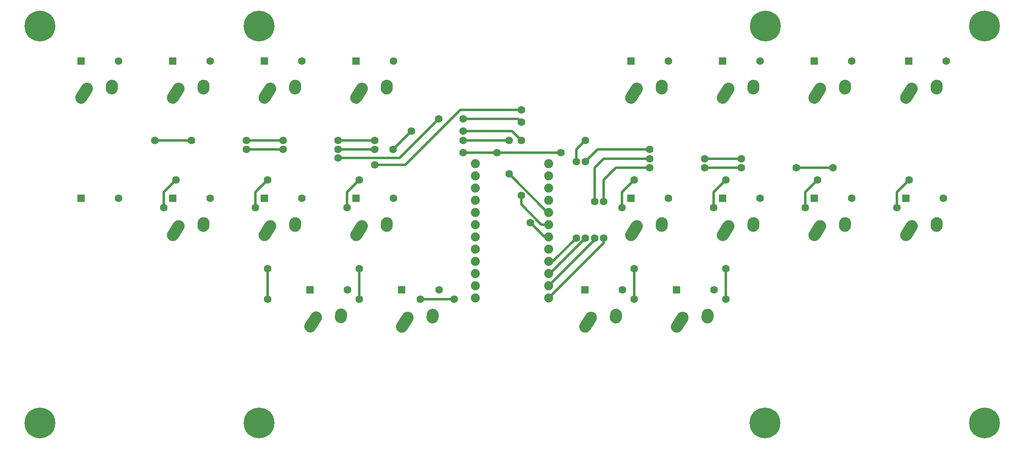
<source format=gbr>
%TF.GenerationSoftware,KiCad,Pcbnew,(5.1.10)-1*%
%TF.CreationDate,2021-10-15T02:03:14+09:00*%
%TF.ProjectId,orca_keyboard,6f726361-5f6b-4657-9962-6f6172642e6b,rev?*%
%TF.SameCoordinates,Original*%
%TF.FileFunction,Copper,L2,Bot*%
%TF.FilePolarity,Positive*%
%FSLAX46Y46*%
G04 Gerber Fmt 4.6, Leading zero omitted, Abs format (unit mm)*
G04 Created by KiCad (PCBNEW (5.1.10)-1) date 2021-10-15 02:03:14*
%MOMM*%
%LPD*%
G01*
G04 APERTURE LIST*
%TA.AperFunction,ComponentPad*%
%ADD10C,6.400000*%
%TD*%
%TA.AperFunction,ComponentPad*%
%ADD11C,1.879600*%
%TD*%
%TA.AperFunction,ComponentPad*%
%ADD12R,1.600000X1.600000*%
%TD*%
%TA.AperFunction,ComponentPad*%
%ADD13C,1.600000*%
%TD*%
%TA.AperFunction,ViaPad*%
%ADD14C,1.600000*%
%TD*%
%TA.AperFunction,Conductor*%
%ADD15C,0.500000*%
%TD*%
G04 APERTURE END LIST*
D10*
%TO.P,REF\u002A\u002A,1*%
%TO.N,N/C*%
X200400000Y86580000D03*
%TD*%
%TO.P,REF\u002A\u002A,1*%
%TO.N,N/C*%
X154860000Y86580000D03*
%TD*%
%TO.P,REF\u002A\u002A,1*%
%TO.N,N/C*%
X49620000Y86590000D03*
%TD*%
%TO.P,REF\u002A\u002A,1*%
%TO.N,N/C*%
X4070000Y86580000D03*
%TD*%
%TO.P,REF\u002A\u002A,1*%
%TO.N,N/C*%
X200410000Y4070000D03*
%TD*%
%TO.P,REF\u002A\u002A,1*%
%TO.N,N/C*%
X154840000Y4070000D03*
%TD*%
%TO.P,REF\u002A\u002A,1*%
%TO.N,N/C*%
X49620000Y4070000D03*
%TD*%
%TO.P,REF\u002A\u002A,1*%
%TO.N,N/C*%
X4070000Y4070000D03*
%TD*%
D11*
%TO.P,B1,1*%
%TO.N,Net-(B1-Pad1)*%
X94620000Y58030000D03*
%TO.P,B1,2*%
%TO.N,Net-(B1-Pad2)*%
X94620000Y55490000D03*
%TO.P,B1,3*%
%TO.N,Net-(B1-Pad3)*%
X94620000Y52950000D03*
%TO.P,B1,4*%
%TO.N,Net-(B1-Pad4)*%
X94620000Y50410000D03*
%TO.P,B1,5*%
%TO.N,Net-(B1-Pad5)*%
X94620000Y47870000D03*
%TO.P,B1,6*%
%TO.N,Net-(B1-Pad6)*%
X94620000Y45330000D03*
%TO.P,B1,7*%
%TO.N,Net-(B1-Pad7)*%
X94620000Y42790000D03*
%TO.P,B1,8*%
%TO.N,Net-(B1-Pad8)*%
X94620000Y40250000D03*
%TO.P,B1,9*%
%TO.N,Net-(B1-Pad9)*%
X94620000Y37710000D03*
%TO.P,B1,10*%
%TO.N,/row0*%
X94620000Y35170000D03*
%TO.P,B1,11*%
%TO.N,/row1*%
X94620000Y32630000D03*
%TO.P,B1,12*%
%TO.N,/row2*%
X94620000Y30090000D03*
%TO.P,B1,13*%
%TO.N,/col7*%
X109860000Y30090000D03*
%TO.P,B1,14*%
%TO.N,/col6*%
X109860000Y32630000D03*
%TO.P,B1,15*%
%TO.N,/col5*%
X109860000Y35170000D03*
%TO.P,B1,16*%
%TO.N,/col4*%
X109860000Y37710000D03*
%TO.P,B1,17*%
%TO.N,/col3*%
X109860000Y40250000D03*
%TO.P,B1,18*%
%TO.N,/col2*%
X109860000Y42790000D03*
%TO.P,B1,19*%
%TO.N,/col1*%
X109860000Y45330000D03*
%TO.P,B1,20*%
%TO.N,/col0*%
X109860000Y47870000D03*
%TO.P,B1,21*%
%TO.N,Net-(B1-Pad21)*%
X109860000Y50410000D03*
%TO.P,B1,22*%
%TO.N,Net-(B1-Pad22)*%
X109860000Y52950000D03*
%TO.P,B1,23*%
%TO.N,Net-(B1-Pad23)*%
X109860000Y55490000D03*
%TO.P,B1,24*%
%TO.N,Net-(B1-Pad24)*%
X109860000Y58030000D03*
%TD*%
D12*
%TO.P,D00,1*%
%TO.N,/row0*%
X12610000Y79375000D03*
D13*
%TO.P,D00,2*%
%TO.N,Net-(D00-Pad2)*%
X20410000Y79375000D03*
%TD*%
%TO.P,D01,2*%
%TO.N,Net-(D01-Pad2)*%
X39460000Y79375000D03*
D12*
%TO.P,D01,1*%
%TO.N,/row0*%
X31660000Y79375000D03*
%TD*%
%TO.P,D02,1*%
%TO.N,/row0*%
X50710000Y79375000D03*
D13*
%TO.P,D02,2*%
%TO.N,Net-(D02-Pad2)*%
X58510000Y79375000D03*
%TD*%
%TO.P,D03,2*%
%TO.N,Net-(D03-Pad2)*%
X77560000Y79375000D03*
D12*
%TO.P,D03,1*%
%TO.N,/row0*%
X69760000Y79375000D03*
%TD*%
D13*
%TO.P,D04,2*%
%TO.N,Net-(D04-Pad2)*%
X134710000Y79375000D03*
D12*
%TO.P,D04,1*%
%TO.N,/row0*%
X126910000Y79375000D03*
%TD*%
D13*
%TO.P,D05,2*%
%TO.N,Net-(D05-Pad2)*%
X153760000Y79375000D03*
D12*
%TO.P,D05,1*%
%TO.N,/row0*%
X145960000Y79375000D03*
%TD*%
%TO.P,D06,1*%
%TO.N,/row0*%
X165010000Y79375000D03*
D13*
%TO.P,D06,2*%
%TO.N,Net-(D06-Pad2)*%
X172810000Y79375000D03*
%TD*%
%TO.P,D07,2*%
%TO.N,Net-(D07-Pad2)*%
X192495000Y79375000D03*
D12*
%TO.P,D07,1*%
%TO.N,/row0*%
X184695000Y79375000D03*
%TD*%
%TO.P,D10,1*%
%TO.N,/row1*%
X12610000Y50800000D03*
D13*
%TO.P,D10,2*%
%TO.N,Net-(D10-Pad2)*%
X20410000Y50800000D03*
%TD*%
%TO.P,D11,2*%
%TO.N,Net-(D11-Pad2)*%
X39460000Y50800000D03*
D12*
%TO.P,D11,1*%
%TO.N,/row1*%
X31660000Y50800000D03*
%TD*%
D13*
%TO.P,D12,2*%
%TO.N,Net-(D12-Pad2)*%
X58510000Y50800000D03*
D12*
%TO.P,D12,1*%
%TO.N,/row1*%
X50710000Y50800000D03*
%TD*%
%TO.P,D13,1*%
%TO.N,/row1*%
X69760000Y50800000D03*
D13*
%TO.P,D13,2*%
%TO.N,Net-(D13-Pad2)*%
X77560000Y50800000D03*
%TD*%
D12*
%TO.P,D14,1*%
%TO.N,/row1*%
X126910000Y50800000D03*
D13*
%TO.P,D14,2*%
%TO.N,Net-(D14-Pad2)*%
X134710000Y50800000D03*
%TD*%
%TO.P,D15,2*%
%TO.N,Net-(D15-Pad2)*%
X153760000Y50800000D03*
D12*
%TO.P,D15,1*%
%TO.N,/row1*%
X145960000Y50800000D03*
%TD*%
D13*
%TO.P,D16,2*%
%TO.N,Net-(D16-Pad2)*%
X172810000Y50800000D03*
D12*
%TO.P,D16,1*%
%TO.N,/row1*%
X165010000Y50800000D03*
%TD*%
%TO.P,D17,1*%
%TO.N,/row1*%
X184060000Y50800000D03*
D13*
%TO.P,D17,2*%
%TO.N,Net-(D17-Pad2)*%
X191860000Y50800000D03*
%TD*%
%TO.P,D22,2*%
%TO.N,Net-(D22-Pad2)*%
X68035000Y31750000D03*
D12*
%TO.P,D22,1*%
%TO.N,/row2*%
X60235000Y31750000D03*
%TD*%
%TO.P,D23,1*%
%TO.N,/row2*%
X79285000Y31750000D03*
D13*
%TO.P,D23,2*%
%TO.N,Net-(D23-Pad2)*%
X87085000Y31750000D03*
%TD*%
D12*
%TO.P,D24,1*%
%TO.N,/row2*%
X117385000Y31750000D03*
D13*
%TO.P,D24,2*%
%TO.N,Net-(D24-Pad2)*%
X125185000Y31750000D03*
%TD*%
D12*
%TO.P,D25,1*%
%TO.N,/row2*%
X136435000Y31750000D03*
D13*
%TO.P,D25,2*%
%TO.N,Net-(D25-Pad2)*%
X144235000Y31750000D03*
%TD*%
%TO.P,K00,2*%
%TO.N,Net-(D00-Pad2)*%
%TA.AperFunction,ComponentPad*%
G36*
G01*
X17783171Y73715691D02*
X17822619Y74294347D01*
G75*
G02*
X19154743Y75456433I1247105J-85019D01*
G01*
X19154743Y75456433D01*
G75*
G02*
X20316829Y74124309I-85019J-1247105D01*
G01*
X20277381Y73545653D01*
G75*
G02*
X18945257Y72383567I-1247105J85019D01*
G01*
X18945257Y72383567D01*
G75*
G02*
X17783171Y73715691I85019J1247105D01*
G01*
G37*
%TD.AperFunction*%
%TO.P,K00,1*%
%TO.N,/col0*%
%TA.AperFunction,ComponentPad*%
G36*
G01*
X11616299Y72372810D02*
X12825223Y74270440D01*
G75*
G02*
X14551087Y74653054I1054239J-671625D01*
G01*
X14551087Y74653054D01*
G75*
G02*
X14933701Y72927190I-671625J-1054239D01*
G01*
X13724777Y71029560D01*
G75*
G02*
X11998913Y70646946I-1054239J671625D01*
G01*
X11998913Y70646946D01*
G75*
G02*
X11616299Y72372810I671625J1054239D01*
G01*
G37*
%TD.AperFunction*%
%TD*%
%TO.P,K01,1*%
%TO.N,/col1*%
%TA.AperFunction,ComponentPad*%
G36*
G01*
X30666299Y72372810D02*
X31875223Y74270440D01*
G75*
G02*
X33601087Y74653054I1054239J-671625D01*
G01*
X33601087Y74653054D01*
G75*
G02*
X33983701Y72927190I-671625J-1054239D01*
G01*
X32774777Y71029560D01*
G75*
G02*
X31048913Y70646946I-1054239J671625D01*
G01*
X31048913Y70646946D01*
G75*
G02*
X30666299Y72372810I671625J1054239D01*
G01*
G37*
%TD.AperFunction*%
%TO.P,K01,2*%
%TO.N,Net-(D01-Pad2)*%
%TA.AperFunction,ComponentPad*%
G36*
G01*
X36833171Y73715691D02*
X36872619Y74294347D01*
G75*
G02*
X38204743Y75456433I1247105J-85019D01*
G01*
X38204743Y75456433D01*
G75*
G02*
X39366829Y74124309I-85019J-1247105D01*
G01*
X39327381Y73545653D01*
G75*
G02*
X37995257Y72383567I-1247105J85019D01*
G01*
X37995257Y72383567D01*
G75*
G02*
X36833171Y73715691I85019J1247105D01*
G01*
G37*
%TD.AperFunction*%
%TD*%
%TO.P,K02,2*%
%TO.N,Net-(D02-Pad2)*%
%TA.AperFunction,ComponentPad*%
G36*
G01*
X55883171Y73715691D02*
X55922619Y74294347D01*
G75*
G02*
X57254743Y75456433I1247105J-85019D01*
G01*
X57254743Y75456433D01*
G75*
G02*
X58416829Y74124309I-85019J-1247105D01*
G01*
X58377381Y73545653D01*
G75*
G02*
X57045257Y72383567I-1247105J85019D01*
G01*
X57045257Y72383567D01*
G75*
G02*
X55883171Y73715691I85019J1247105D01*
G01*
G37*
%TD.AperFunction*%
%TO.P,K02,1*%
%TO.N,/col2*%
%TA.AperFunction,ComponentPad*%
G36*
G01*
X49716299Y72372810D02*
X50925223Y74270440D01*
G75*
G02*
X52651087Y74653054I1054239J-671625D01*
G01*
X52651087Y74653054D01*
G75*
G02*
X53033701Y72927190I-671625J-1054239D01*
G01*
X51824777Y71029560D01*
G75*
G02*
X50098913Y70646946I-1054239J671625D01*
G01*
X50098913Y70646946D01*
G75*
G02*
X49716299Y72372810I671625J1054239D01*
G01*
G37*
%TD.AperFunction*%
%TD*%
%TO.P,K03,1*%
%TO.N,/col3*%
%TA.AperFunction,ComponentPad*%
G36*
G01*
X68766299Y72372810D02*
X69975223Y74270440D01*
G75*
G02*
X71701087Y74653054I1054239J-671625D01*
G01*
X71701087Y74653054D01*
G75*
G02*
X72083701Y72927190I-671625J-1054239D01*
G01*
X70874777Y71029560D01*
G75*
G02*
X69148913Y70646946I-1054239J671625D01*
G01*
X69148913Y70646946D01*
G75*
G02*
X68766299Y72372810I671625J1054239D01*
G01*
G37*
%TD.AperFunction*%
%TO.P,K03,2*%
%TO.N,Net-(D03-Pad2)*%
%TA.AperFunction,ComponentPad*%
G36*
G01*
X74933171Y73715691D02*
X74972619Y74294347D01*
G75*
G02*
X76304743Y75456433I1247105J-85019D01*
G01*
X76304743Y75456433D01*
G75*
G02*
X77466829Y74124309I-85019J-1247105D01*
G01*
X77427381Y73545653D01*
G75*
G02*
X76095257Y72383567I-1247105J85019D01*
G01*
X76095257Y72383567D01*
G75*
G02*
X74933171Y73715691I85019J1247105D01*
G01*
G37*
%TD.AperFunction*%
%TD*%
%TO.P,K04,2*%
%TO.N,Net-(D04-Pad2)*%
%TA.AperFunction,ComponentPad*%
G36*
G01*
X132083171Y73715691D02*
X132122619Y74294347D01*
G75*
G02*
X133454743Y75456433I1247105J-85019D01*
G01*
X133454743Y75456433D01*
G75*
G02*
X134616829Y74124309I-85019J-1247105D01*
G01*
X134577381Y73545653D01*
G75*
G02*
X133245257Y72383567I-1247105J85019D01*
G01*
X133245257Y72383567D01*
G75*
G02*
X132083171Y73715691I85019J1247105D01*
G01*
G37*
%TD.AperFunction*%
%TO.P,K04,1*%
%TO.N,/col4*%
%TA.AperFunction,ComponentPad*%
G36*
G01*
X125916299Y72372810D02*
X127125223Y74270440D01*
G75*
G02*
X128851087Y74653054I1054239J-671625D01*
G01*
X128851087Y74653054D01*
G75*
G02*
X129233701Y72927190I-671625J-1054239D01*
G01*
X128024777Y71029560D01*
G75*
G02*
X126298913Y70646946I-1054239J671625D01*
G01*
X126298913Y70646946D01*
G75*
G02*
X125916299Y72372810I671625J1054239D01*
G01*
G37*
%TD.AperFunction*%
%TD*%
%TO.P,K05,1*%
%TO.N,/col5*%
%TA.AperFunction,ComponentPad*%
G36*
G01*
X144966299Y72372810D02*
X146175223Y74270440D01*
G75*
G02*
X147901087Y74653054I1054239J-671625D01*
G01*
X147901087Y74653054D01*
G75*
G02*
X148283701Y72927190I-671625J-1054239D01*
G01*
X147074777Y71029560D01*
G75*
G02*
X145348913Y70646946I-1054239J671625D01*
G01*
X145348913Y70646946D01*
G75*
G02*
X144966299Y72372810I671625J1054239D01*
G01*
G37*
%TD.AperFunction*%
%TO.P,K05,2*%
%TO.N,Net-(D05-Pad2)*%
%TA.AperFunction,ComponentPad*%
G36*
G01*
X151133171Y73715691D02*
X151172619Y74294347D01*
G75*
G02*
X152504743Y75456433I1247105J-85019D01*
G01*
X152504743Y75456433D01*
G75*
G02*
X153666829Y74124309I-85019J-1247105D01*
G01*
X153627381Y73545653D01*
G75*
G02*
X152295257Y72383567I-1247105J85019D01*
G01*
X152295257Y72383567D01*
G75*
G02*
X151133171Y73715691I85019J1247105D01*
G01*
G37*
%TD.AperFunction*%
%TD*%
%TO.P,K06,2*%
%TO.N,Net-(D06-Pad2)*%
%TA.AperFunction,ComponentPad*%
G36*
G01*
X170183171Y73715691D02*
X170222619Y74294347D01*
G75*
G02*
X171554743Y75456433I1247105J-85019D01*
G01*
X171554743Y75456433D01*
G75*
G02*
X172716829Y74124309I-85019J-1247105D01*
G01*
X172677381Y73545653D01*
G75*
G02*
X171345257Y72383567I-1247105J85019D01*
G01*
X171345257Y72383567D01*
G75*
G02*
X170183171Y73715691I85019J1247105D01*
G01*
G37*
%TD.AperFunction*%
%TO.P,K06,1*%
%TO.N,/col6*%
%TA.AperFunction,ComponentPad*%
G36*
G01*
X164016299Y72372810D02*
X165225223Y74270440D01*
G75*
G02*
X166951087Y74653054I1054239J-671625D01*
G01*
X166951087Y74653054D01*
G75*
G02*
X167333701Y72927190I-671625J-1054239D01*
G01*
X166124777Y71029560D01*
G75*
G02*
X164398913Y70646946I-1054239J671625D01*
G01*
X164398913Y70646946D01*
G75*
G02*
X164016299Y72372810I671625J1054239D01*
G01*
G37*
%TD.AperFunction*%
%TD*%
%TO.P,K07,1*%
%TO.N,/col7*%
%TA.AperFunction,ComponentPad*%
G36*
G01*
X183066299Y72372810D02*
X184275223Y74270440D01*
G75*
G02*
X186001087Y74653054I1054239J-671625D01*
G01*
X186001087Y74653054D01*
G75*
G02*
X186383701Y72927190I-671625J-1054239D01*
G01*
X185174777Y71029560D01*
G75*
G02*
X183448913Y70646946I-1054239J671625D01*
G01*
X183448913Y70646946D01*
G75*
G02*
X183066299Y72372810I671625J1054239D01*
G01*
G37*
%TD.AperFunction*%
%TO.P,K07,2*%
%TO.N,Net-(D07-Pad2)*%
%TA.AperFunction,ComponentPad*%
G36*
G01*
X189233171Y73715691D02*
X189272619Y74294347D01*
G75*
G02*
X190604743Y75456433I1247105J-85019D01*
G01*
X190604743Y75456433D01*
G75*
G02*
X191766829Y74124309I-85019J-1247105D01*
G01*
X191727381Y73545653D01*
G75*
G02*
X190395257Y72383567I-1247105J85019D01*
G01*
X190395257Y72383567D01*
G75*
G02*
X189233171Y73715691I85019J1247105D01*
G01*
G37*
%TD.AperFunction*%
%TD*%
%TO.P,K11,2*%
%TO.N,Net-(D11-Pad2)*%
%TA.AperFunction,ComponentPad*%
G36*
G01*
X36833171Y45135691D02*
X36872619Y45714347D01*
G75*
G02*
X38204743Y46876433I1247105J-85019D01*
G01*
X38204743Y46876433D01*
G75*
G02*
X39366829Y45544309I-85019J-1247105D01*
G01*
X39327381Y44965653D01*
G75*
G02*
X37995257Y43803567I-1247105J85019D01*
G01*
X37995257Y43803567D01*
G75*
G02*
X36833171Y45135691I85019J1247105D01*
G01*
G37*
%TD.AperFunction*%
%TO.P,K11,1*%
%TO.N,/col1*%
%TA.AperFunction,ComponentPad*%
G36*
G01*
X30666299Y43792810D02*
X31875223Y45690440D01*
G75*
G02*
X33601087Y46073054I1054239J-671625D01*
G01*
X33601087Y46073054D01*
G75*
G02*
X33983701Y44347190I-671625J-1054239D01*
G01*
X32774777Y42449560D01*
G75*
G02*
X31048913Y42066946I-1054239J671625D01*
G01*
X31048913Y42066946D01*
G75*
G02*
X30666299Y43792810I671625J1054239D01*
G01*
G37*
%TD.AperFunction*%
%TD*%
%TO.P,K12,1*%
%TO.N,/col2*%
%TA.AperFunction,ComponentPad*%
G36*
G01*
X49716299Y43792810D02*
X50925223Y45690440D01*
G75*
G02*
X52651087Y46073054I1054239J-671625D01*
G01*
X52651087Y46073054D01*
G75*
G02*
X53033701Y44347190I-671625J-1054239D01*
G01*
X51824777Y42449560D01*
G75*
G02*
X50098913Y42066946I-1054239J671625D01*
G01*
X50098913Y42066946D01*
G75*
G02*
X49716299Y43792810I671625J1054239D01*
G01*
G37*
%TD.AperFunction*%
%TO.P,K12,2*%
%TO.N,Net-(D12-Pad2)*%
%TA.AperFunction,ComponentPad*%
G36*
G01*
X55883171Y45135691D02*
X55922619Y45714347D01*
G75*
G02*
X57254743Y46876433I1247105J-85019D01*
G01*
X57254743Y46876433D01*
G75*
G02*
X58416829Y45544309I-85019J-1247105D01*
G01*
X58377381Y44965653D01*
G75*
G02*
X57045257Y43803567I-1247105J85019D01*
G01*
X57045257Y43803567D01*
G75*
G02*
X55883171Y45135691I85019J1247105D01*
G01*
G37*
%TD.AperFunction*%
%TD*%
%TO.P,K13,2*%
%TO.N,Net-(D13-Pad2)*%
%TA.AperFunction,ComponentPad*%
G36*
G01*
X74933171Y45135691D02*
X74972619Y45714347D01*
G75*
G02*
X76304743Y46876433I1247105J-85019D01*
G01*
X76304743Y46876433D01*
G75*
G02*
X77466829Y45544309I-85019J-1247105D01*
G01*
X77427381Y44965653D01*
G75*
G02*
X76095257Y43803567I-1247105J85019D01*
G01*
X76095257Y43803567D01*
G75*
G02*
X74933171Y45135691I85019J1247105D01*
G01*
G37*
%TD.AperFunction*%
%TO.P,K13,1*%
%TO.N,/col3*%
%TA.AperFunction,ComponentPad*%
G36*
G01*
X68766299Y43792810D02*
X69975223Y45690440D01*
G75*
G02*
X71701087Y46073054I1054239J-671625D01*
G01*
X71701087Y46073054D01*
G75*
G02*
X72083701Y44347190I-671625J-1054239D01*
G01*
X70874777Y42449560D01*
G75*
G02*
X69148913Y42066946I-1054239J671625D01*
G01*
X69148913Y42066946D01*
G75*
G02*
X68766299Y43792810I671625J1054239D01*
G01*
G37*
%TD.AperFunction*%
%TD*%
%TO.P,K14,1*%
%TO.N,/col4*%
%TA.AperFunction,ComponentPad*%
G36*
G01*
X125916299Y43792810D02*
X127125223Y45690440D01*
G75*
G02*
X128851087Y46073054I1054239J-671625D01*
G01*
X128851087Y46073054D01*
G75*
G02*
X129233701Y44347190I-671625J-1054239D01*
G01*
X128024777Y42449560D01*
G75*
G02*
X126298913Y42066946I-1054239J671625D01*
G01*
X126298913Y42066946D01*
G75*
G02*
X125916299Y43792810I671625J1054239D01*
G01*
G37*
%TD.AperFunction*%
%TO.P,K14,2*%
%TO.N,Net-(D14-Pad2)*%
%TA.AperFunction,ComponentPad*%
G36*
G01*
X132083171Y45135691D02*
X132122619Y45714347D01*
G75*
G02*
X133454743Y46876433I1247105J-85019D01*
G01*
X133454743Y46876433D01*
G75*
G02*
X134616829Y45544309I-85019J-1247105D01*
G01*
X134577381Y44965653D01*
G75*
G02*
X133245257Y43803567I-1247105J85019D01*
G01*
X133245257Y43803567D01*
G75*
G02*
X132083171Y45135691I85019J1247105D01*
G01*
G37*
%TD.AperFunction*%
%TD*%
%TO.P,K15,2*%
%TO.N,Net-(D15-Pad2)*%
%TA.AperFunction,ComponentPad*%
G36*
G01*
X151133171Y45135691D02*
X151172619Y45714347D01*
G75*
G02*
X152504743Y46876433I1247105J-85019D01*
G01*
X152504743Y46876433D01*
G75*
G02*
X153666829Y45544309I-85019J-1247105D01*
G01*
X153627381Y44965653D01*
G75*
G02*
X152295257Y43803567I-1247105J85019D01*
G01*
X152295257Y43803567D01*
G75*
G02*
X151133171Y45135691I85019J1247105D01*
G01*
G37*
%TD.AperFunction*%
%TO.P,K15,1*%
%TO.N,/col5*%
%TA.AperFunction,ComponentPad*%
G36*
G01*
X144966299Y43792810D02*
X146175223Y45690440D01*
G75*
G02*
X147901087Y46073054I1054239J-671625D01*
G01*
X147901087Y46073054D01*
G75*
G02*
X148283701Y44347190I-671625J-1054239D01*
G01*
X147074777Y42449560D01*
G75*
G02*
X145348913Y42066946I-1054239J671625D01*
G01*
X145348913Y42066946D01*
G75*
G02*
X144966299Y43792810I671625J1054239D01*
G01*
G37*
%TD.AperFunction*%
%TD*%
%TO.P,K16,1*%
%TO.N,/col6*%
%TA.AperFunction,ComponentPad*%
G36*
G01*
X164016299Y43792810D02*
X165225223Y45690440D01*
G75*
G02*
X166951087Y46073054I1054239J-671625D01*
G01*
X166951087Y46073054D01*
G75*
G02*
X167333701Y44347190I-671625J-1054239D01*
G01*
X166124777Y42449560D01*
G75*
G02*
X164398913Y42066946I-1054239J671625D01*
G01*
X164398913Y42066946D01*
G75*
G02*
X164016299Y43792810I671625J1054239D01*
G01*
G37*
%TD.AperFunction*%
%TO.P,K16,2*%
%TO.N,Net-(D16-Pad2)*%
%TA.AperFunction,ComponentPad*%
G36*
G01*
X170183171Y45135691D02*
X170222619Y45714347D01*
G75*
G02*
X171554743Y46876433I1247105J-85019D01*
G01*
X171554743Y46876433D01*
G75*
G02*
X172716829Y45544309I-85019J-1247105D01*
G01*
X172677381Y44965653D01*
G75*
G02*
X171345257Y43803567I-1247105J85019D01*
G01*
X171345257Y43803567D01*
G75*
G02*
X170183171Y45135691I85019J1247105D01*
G01*
G37*
%TD.AperFunction*%
%TD*%
%TO.P,K17,2*%
%TO.N,Net-(D17-Pad2)*%
%TA.AperFunction,ComponentPad*%
G36*
G01*
X189233171Y45135691D02*
X189272619Y45714347D01*
G75*
G02*
X190604743Y46876433I1247105J-85019D01*
G01*
X190604743Y46876433D01*
G75*
G02*
X191766829Y45544309I-85019J-1247105D01*
G01*
X191727381Y44965653D01*
G75*
G02*
X190395257Y43803567I-1247105J85019D01*
G01*
X190395257Y43803567D01*
G75*
G02*
X189233171Y45135691I85019J1247105D01*
G01*
G37*
%TD.AperFunction*%
%TO.P,K17,1*%
%TO.N,/col7*%
%TA.AperFunction,ComponentPad*%
G36*
G01*
X183066299Y43792810D02*
X184275223Y45690440D01*
G75*
G02*
X186001087Y46073054I1054239J-671625D01*
G01*
X186001087Y46073054D01*
G75*
G02*
X186383701Y44347190I-671625J-1054239D01*
G01*
X185174777Y42449560D01*
G75*
G02*
X183448913Y42066946I-1054239J671625D01*
G01*
X183448913Y42066946D01*
G75*
G02*
X183066299Y43792810I671625J1054239D01*
G01*
G37*
%TD.AperFunction*%
%TD*%
%TO.P,K22,1*%
%TO.N,/col2*%
%TA.AperFunction,ComponentPad*%
G36*
G01*
X59236299Y24792810D02*
X60445223Y26690440D01*
G75*
G02*
X62171087Y27073054I1054239J-671625D01*
G01*
X62171087Y27073054D01*
G75*
G02*
X62553701Y25347190I-671625J-1054239D01*
G01*
X61344777Y23449560D01*
G75*
G02*
X59618913Y23066946I-1054239J671625D01*
G01*
X59618913Y23066946D01*
G75*
G02*
X59236299Y24792810I671625J1054239D01*
G01*
G37*
%TD.AperFunction*%
%TO.P,K22,2*%
%TO.N,Net-(D22-Pad2)*%
%TA.AperFunction,ComponentPad*%
G36*
G01*
X65403171Y26135691D02*
X65442619Y26714347D01*
G75*
G02*
X66774743Y27876433I1247105J-85019D01*
G01*
X66774743Y27876433D01*
G75*
G02*
X67936829Y26544309I-85019J-1247105D01*
G01*
X67897381Y25965653D01*
G75*
G02*
X66565257Y24803567I-1247105J85019D01*
G01*
X66565257Y24803567D01*
G75*
G02*
X65403171Y26135691I85019J1247105D01*
G01*
G37*
%TD.AperFunction*%
%TD*%
%TO.P,K23,1*%
%TO.N,/col3*%
%TA.AperFunction,ComponentPad*%
G36*
G01*
X78286299Y24742810D02*
X79495223Y26640440D01*
G75*
G02*
X81221087Y27023054I1054239J-671625D01*
G01*
X81221087Y27023054D01*
G75*
G02*
X81603701Y25297190I-671625J-1054239D01*
G01*
X80394777Y23399560D01*
G75*
G02*
X78668913Y23016946I-1054239J671625D01*
G01*
X78668913Y23016946D01*
G75*
G02*
X78286299Y24742810I671625J1054239D01*
G01*
G37*
%TD.AperFunction*%
%TO.P,K23,2*%
%TO.N,Net-(D23-Pad2)*%
%TA.AperFunction,ComponentPad*%
G36*
G01*
X84453171Y26085691D02*
X84492619Y26664347D01*
G75*
G02*
X85824743Y27826433I1247105J-85019D01*
G01*
X85824743Y27826433D01*
G75*
G02*
X86986829Y26494309I-85019J-1247105D01*
G01*
X86947381Y25915653D01*
G75*
G02*
X85615257Y24753567I-1247105J85019D01*
G01*
X85615257Y24753567D01*
G75*
G02*
X84453171Y26085691I85019J1247105D01*
G01*
G37*
%TD.AperFunction*%
%TD*%
%TO.P,K24,2*%
%TO.N,Net-(D24-Pad2)*%
%TA.AperFunction,ComponentPad*%
G36*
G01*
X122553171Y26085691D02*
X122592619Y26664347D01*
G75*
G02*
X123924743Y27826433I1247105J-85019D01*
G01*
X123924743Y27826433D01*
G75*
G02*
X125086829Y26494309I-85019J-1247105D01*
G01*
X125047381Y25915653D01*
G75*
G02*
X123715257Y24753567I-1247105J85019D01*
G01*
X123715257Y24753567D01*
G75*
G02*
X122553171Y26085691I85019J1247105D01*
G01*
G37*
%TD.AperFunction*%
%TO.P,K24,1*%
%TO.N,/col4*%
%TA.AperFunction,ComponentPad*%
G36*
G01*
X116386299Y24742810D02*
X117595223Y26640440D01*
G75*
G02*
X119321087Y27023054I1054239J-671625D01*
G01*
X119321087Y27023054D01*
G75*
G02*
X119703701Y25297190I-671625J-1054239D01*
G01*
X118494777Y23399560D01*
G75*
G02*
X116768913Y23016946I-1054239J671625D01*
G01*
X116768913Y23016946D01*
G75*
G02*
X116386299Y24742810I671625J1054239D01*
G01*
G37*
%TD.AperFunction*%
%TD*%
%TO.P,K25,2*%
%TO.N,Net-(D25-Pad2)*%
%TA.AperFunction,ComponentPad*%
G36*
G01*
X141603171Y26085691D02*
X141642619Y26664347D01*
G75*
G02*
X142974743Y27826433I1247105J-85019D01*
G01*
X142974743Y27826433D01*
G75*
G02*
X144136829Y26494309I-85019J-1247105D01*
G01*
X144097381Y25915653D01*
G75*
G02*
X142765257Y24753567I-1247105J85019D01*
G01*
X142765257Y24753567D01*
G75*
G02*
X141603171Y26085691I85019J1247105D01*
G01*
G37*
%TD.AperFunction*%
%TO.P,K25,1*%
%TO.N,/col5*%
%TA.AperFunction,ComponentPad*%
G36*
G01*
X135436299Y24742810D02*
X136645223Y26640440D01*
G75*
G02*
X138371087Y27023054I1054239J-671625D01*
G01*
X138371087Y27023054D01*
G75*
G02*
X138753701Y25297190I-671625J-1054239D01*
G01*
X137544777Y23399560D01*
G75*
G02*
X135818913Y23016946I-1054239J671625D01*
G01*
X135818913Y23016946D01*
G75*
G02*
X135436299Y24742810I671625J1054239D01*
G01*
G37*
%TD.AperFunction*%
%TD*%
D14*
%TO.N,/row1*%
X92075000Y60325000D03*
X112395000Y60325000D03*
X99060000Y60325000D03*
%TO.N,/row2*%
X83185000Y29845000D03*
X90170000Y29845000D03*
%TO.N,/col7*%
X184785000Y54610000D03*
X182245000Y48895000D03*
X121285000Y42545000D03*
X121285000Y50165000D03*
X130810000Y57150000D03*
X142240000Y57150000D03*
X149860000Y57150000D03*
X161290000Y57150000D03*
X168910000Y57150000D03*
%TO.N,/col6*%
X165735000Y54610000D03*
X163195000Y48895000D03*
X149860000Y59055000D03*
X142240000Y59055000D03*
X130810000Y59055000D03*
X119380000Y42545000D03*
X119380000Y50165000D03*
%TO.N,/col5*%
X146685000Y54610000D03*
X144145000Y48895000D03*
X146685000Y36195000D03*
X146685000Y29845000D03*
X130810000Y60960000D03*
X117475000Y58420000D03*
X117475000Y42545000D03*
%TO.N,/col4*%
X127635000Y54610000D03*
X125095000Y48895000D03*
X127635000Y36195000D03*
X127635000Y29845000D03*
X117475000Y62865000D03*
X115570000Y58420000D03*
X115570000Y42545000D03*
%TO.N,/col3*%
X70485000Y54610000D03*
X67945000Y48895000D03*
X70485000Y36195000D03*
X70485000Y29845000D03*
X73660000Y57785000D03*
X104140000Y69215000D03*
%TO.N,/col2*%
X51435000Y54610000D03*
X48895000Y48895000D03*
X51435000Y36195000D03*
X51435000Y29845000D03*
X66040000Y59159997D03*
X86995000Y67310000D03*
X92075000Y67310000D03*
X104140000Y66675000D03*
X106045000Y45720000D03*
%TO.N,/col1*%
X32385000Y54610000D03*
X29845000Y48895000D03*
X46990000Y60960000D03*
X54610000Y60960000D03*
X66040000Y60960000D03*
X73660000Y60960000D03*
X77470000Y60960000D03*
X81280000Y64770000D03*
X92075000Y64770000D03*
X104140000Y62865000D03*
X104140000Y51435000D03*
%TO.N,/col0*%
X27940000Y62865000D03*
X35560000Y62865000D03*
X46990000Y62865000D03*
X54610000Y62865000D03*
X66040000Y62865000D03*
X73660000Y62865000D03*
X92075000Y62865000D03*
X101600000Y62865000D03*
X101600000Y55880000D03*
%TD*%
D15*
%TO.N,/row1*%
X92075000Y60325000D02*
X112395000Y60325000D01*
%TO.N,/row2*%
X83185000Y29845000D02*
X90170000Y29845000D01*
%TO.N,/col7*%
X182245000Y52070000D02*
X182245000Y48895000D01*
X184785000Y54610000D02*
X182245000Y52070000D01*
X109860000Y30090000D02*
X121285000Y41515000D01*
X121285000Y41515000D02*
X121285000Y42545000D01*
X121285000Y50165000D02*
X121285000Y54610000D01*
X123825000Y57150000D02*
X130810000Y57150000D01*
X121285000Y54610000D02*
X123825000Y57150000D01*
X142240000Y57150000D02*
X149860000Y57150000D01*
X161290000Y57150000D02*
X168910000Y57150000D01*
%TO.N,/col6*%
X163195000Y52070000D02*
X163195000Y48895000D01*
X165735000Y54610000D02*
X163195000Y52070000D01*
X149860000Y59055000D02*
X142240000Y59055000D01*
X119380000Y42150000D02*
X109860000Y32630000D01*
X121285000Y59055000D02*
X119380000Y57150000D01*
X130810000Y59055000D02*
X121285000Y59055000D01*
X119380000Y42150000D02*
X119380000Y42545000D01*
X119380000Y57150000D02*
X119380000Y50165000D01*
%TO.N,/col5*%
X144145000Y52070000D02*
X144145000Y48895000D01*
X146685000Y54610000D02*
X144145000Y52070000D01*
X146685000Y36195000D02*
X146685000Y29845000D01*
X130810000Y60960000D02*
X120015000Y60960000D01*
X120015000Y60960000D02*
X117475000Y58420000D01*
X110100000Y35170000D02*
X109860000Y35170000D01*
X117475000Y42545000D02*
X110100000Y35170000D01*
%TO.N,/col4*%
X125095000Y52070000D02*
X125095000Y48895000D01*
X127635000Y54610000D02*
X125095000Y52070000D01*
X127635000Y36195000D02*
X127635000Y29845000D01*
X115570000Y60960000D02*
X115570000Y58420000D01*
X117475000Y62865000D02*
X115570000Y60960000D01*
X110735000Y37710000D02*
X109860000Y37710000D01*
X115570000Y42545000D02*
X110735000Y37710000D01*
%TO.N,/col3*%
X67945000Y52070000D02*
X67945000Y48895000D01*
X70485000Y54610000D02*
X67945000Y52070000D01*
X70485000Y36195000D02*
X70485000Y29845000D01*
X73660000Y57785000D02*
X80010000Y57785000D01*
X91440000Y69215000D02*
X104140000Y69215000D01*
X80010000Y57785000D02*
X91440000Y69215000D01*
%TO.N,/col2*%
X48895000Y52070000D02*
X48895000Y48895000D01*
X51435000Y54610000D02*
X48895000Y52070000D01*
X51435000Y36195000D02*
X51435000Y29845000D01*
X66040000Y59159997D02*
X78844997Y59159997D01*
X78844997Y59159997D02*
X86995000Y67310000D01*
X103505000Y67310000D02*
X104140000Y66675000D01*
X92075000Y67310000D02*
X103505000Y67310000D01*
X108975000Y42790000D02*
X109860000Y42790000D01*
X106045000Y45720000D02*
X108975000Y42790000D01*
%TO.N,/col1*%
X32385000Y54610000D02*
X29845000Y52070000D01*
X29845000Y52070000D02*
X29845000Y48895000D01*
X46990000Y60960000D02*
X54610000Y60960000D01*
X66040000Y60960000D02*
X73660000Y60960000D01*
X77470000Y60960000D02*
X81280000Y64770000D01*
X92075000Y64770000D02*
X101600000Y64770000D01*
X101600000Y64770000D02*
X102235000Y64770000D01*
X102235000Y64770000D02*
X104140000Y62865000D01*
X104140000Y51435000D02*
X104140000Y49530000D01*
X108340000Y45330000D02*
X109860000Y45330000D01*
X104140000Y49530000D02*
X108340000Y45330000D01*
%TO.N,/col0*%
X27940000Y62865000D02*
X35560000Y62865000D01*
X46990000Y62865000D02*
X54610000Y62865000D01*
X66040000Y62865000D02*
X73660000Y62865000D01*
X92075000Y62865000D02*
X101600000Y62865000D01*
X109610000Y47870000D02*
X109860000Y47870000D01*
X101600000Y55880000D02*
X109610000Y47870000D01*
%TD*%
M02*

</source>
